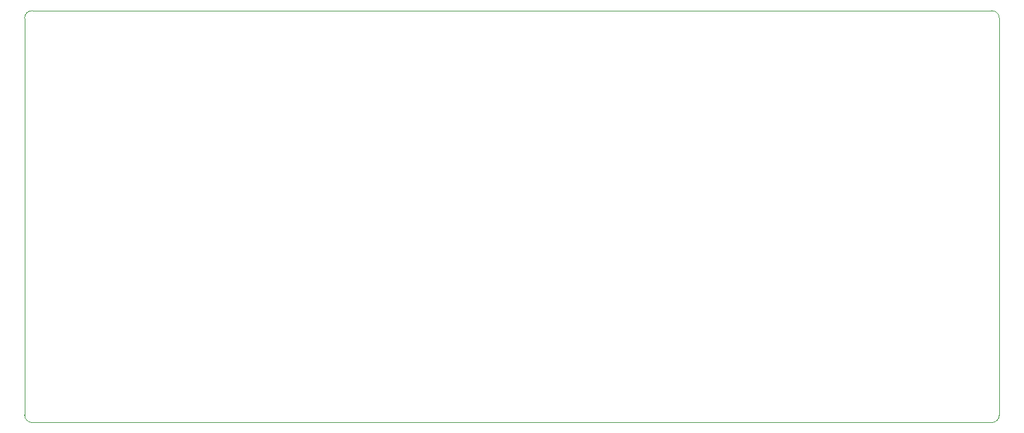
<source format=gm1>
%TF.GenerationSoftware,KiCad,Pcbnew,8.0.6*%
%TF.CreationDate,2025-02-13T13:22:52+00:00*%
%TF.ProjectId,power-distribution-board,706f7765-722d-4646-9973-747269627574,r01*%
%TF.SameCoordinates,Original*%
%TF.FileFunction,Profile,NP*%
%FSLAX46Y46*%
G04 Gerber Fmt 4.6, Leading zero omitted, Abs format (unit mm)*
G04 Created by KiCad (PCBNEW 8.0.6) date 2025-02-13 13:22:52*
%MOMM*%
%LPD*%
G01*
G04 APERTURE LIST*
%TA.AperFunction,Profile*%
%ADD10C,0.050000*%
%TD*%
G04 APERTURE END LIST*
D10*
X70000000Y-125000000D02*
G75*
G02*
X69000000Y-124000000I0J1000000D01*
G01*
X69000000Y-71000000D02*
G75*
G02*
X70000000Y-70000000I1000000J0D01*
G01*
X69000000Y-124000000D02*
X69000000Y-71000000D01*
X198000000Y-70000000D02*
G75*
G02*
X199000000Y-71000000I0J-1000000D01*
G01*
X199000000Y-71000000D02*
X199000000Y-124000000D01*
X199000000Y-124000000D02*
G75*
G02*
X198000000Y-125000000I-1000000J0D01*
G01*
X198000000Y-125000000D02*
X70000000Y-125000000D01*
X70000000Y-70000000D02*
X198000000Y-70000000D01*
M02*

</source>
